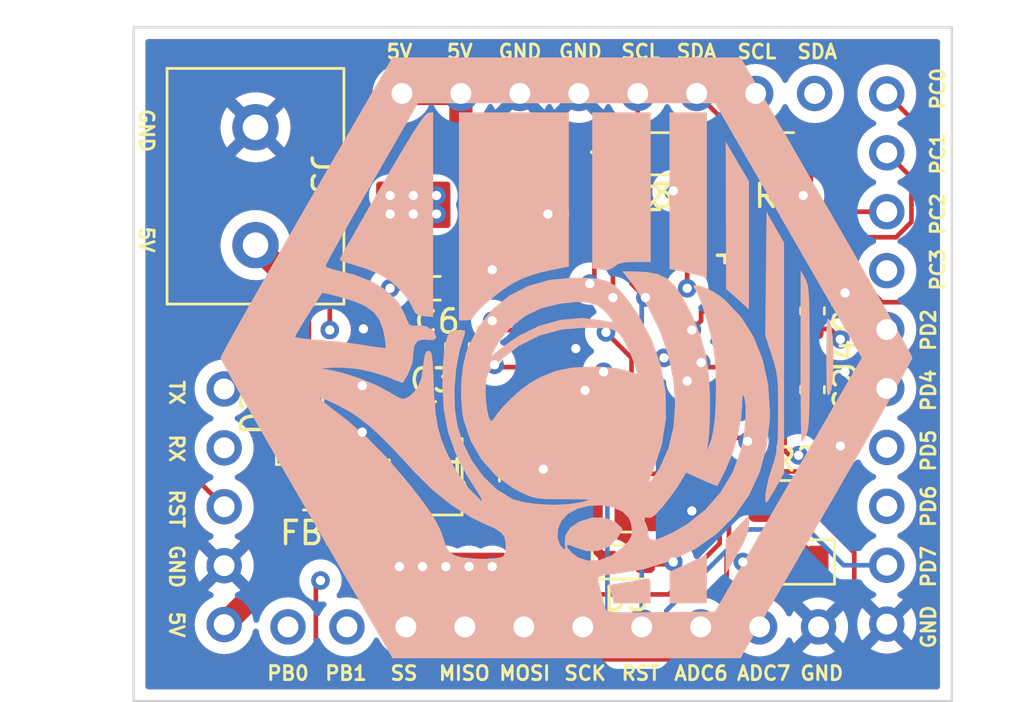
<source format=kicad_pcb>
(kicad_pcb (version 20211014) (generator pcbnew)
  (title_block (title "ATMEGA328P-AU Development Board") (date "2024-02-02") (rev "REV1") (company "SpaceCog Labs, LLC"))
  (layers (0 "F.Cu" mixed) (1 "In1.Cu" signal) (2 "In2.Cu" power) (31 "B.Cu" power) (34 "B.Paste" user) (35 "F.Paste" user) (36 "B.SilkS" user "B.Silkscreen") (37 "F.SilkS" user "F.Silkscreen") (38 "B.Mask" user) (39 "F.Mask" user) (44 "Edge.Cuts" user))
  (net 0 "")
  (net 1 "RESET_CONN")
  (net 2 "Net-(C1-Pad2)")
  (net 3 "GND")
  (net 4 "Net-(C2-Pad2)")
  (net 5 "XTAL1_CON")
  (net 6 "XTAL2_CON")
  (net 7 "+5V")
  (net 8 "Net-(D1-Pad1)")
  (net 9 "Net-(D2-Pad2)")
  (net 10 "Net-(D3-Pad1)")
  (net 11 "SCL_CONN")
  (net 12 "SDA_CONN")
  (net 13 "RX_CONN")
  (net 14 "TX_CONN")
  (net 15 "PD7")
  (net 16 "PD6")
  (net 17 "PD5")
  (net 18 "PD4")
  (net 19 "PD2")
  (net 20 "PC3")
  (net 21 "PC2")
  (net 22 "PC1")
  (net 23 "PC0")
  (net 24 "ADC7")
  (net 25 "ADC6")
  (net 26 "SCK_CONN")
  (net 27 "MOSI_CONN")
  (net 28 "MISO_CONN")
  (net 29 "SS_CONN")
  (net 30 "PB1")
  (net 31 "PB0")
  (net 32 "PD3")
  (net 33 "Net-(J2-Pad1)")
  (footprint "externalConnectors:Conn_10" (layer "F.Cu") (at 147.03 113.4 180)
    (fp_text reference "J5" (at 0 2.08 180 unlocked) (layer "F.SilkS"))
    (fp_text value "Conn_01x10_Female")
    (pad "1" thru_hole circle (at -11.43 0 180) (size 1.524 1.524) (drill 0.9) (layers *.Cu *.Mask) (net 3 "GND"))
    (pad "2" thru_hole circle (at -8.89 0 180) (size 1.524 1.524) (drill 0.9) (layers *.Cu *.Mask) (net 24 "ADC7"))
    (pad "3" thru_hole circle (at -6.35 0 180) (size 1.524 1.524) (drill 0.9) (layers *.Cu *.Mask) (net 25 "ADC6"))
    (pad "4" thru_hole circle (at -3.81 0 180) (size 1.524 1.524) (drill 0.9) (layers *.Cu *.Mask) (net 1 "RESET_CONN"))
    (pad "5" thru_hole circle (at -1.27 0 180) (size 1.524 1.524) (drill 0.9) (layers *.Cu *.Mask) (net 26 "SCK_CONN"))
    (pad "6" thru_hole circle (at 1.27 0 180) (size 1.524 1.524) (drill 0.9) (layers *.Cu *.Mask) (net 27 "MOSI_CONN"))
    (pad "7" thru_hole circle (at 3.81 0 180) (size 1.524 1.524) (drill 0.9) (layers *.Cu *.Mask) (net 28 "MISO_CONN"))
    (pad "8" thru_hole circle (at 6.35 0 180) (size 1.524 1.524) (drill 0.9) (layers *.Cu *.Mask) (net 29 "SS_CONN"))
    (pad "9" thru_hole circle (at 8.89 0 180) (size 1.524 1.524) (drill 0.9) (layers *.Cu *.Mask) (net 30 "PB1"))
    (pad "10" thru_hole circle (at 11.43 0 180) (size 1.524 1.524) (drill 0.9) (layers *.Cu *.Mask) (net 31 "PB0"))
  )
  (footprint "LED_SMD:LED_0805_2012Metric" (layer "F.Cu") (at 157.4625 110.6 180)
    (fp_text reference "D1" (at 0 1.8) (layer "F.SilkS"))
    (fp_text value "LED_green")
    (pad "1" smd roundrect (at -0.9375 0 180) (size 0.975 1.4) (layers "F.Cu" "F.Paste" "F.Mask") (net 8 "Net-(D1-Pad1)"))
    (pad "2" smd roundrect (at 0.9375 0 180) (size 0.975 1.4) (layers "F.Cu" "F.Paste" "F.Mask") (net 7 "+5V"))
  )
  (footprint "Capacitor_SMD:C_0603_1608Metric" (layer "F.Cu") (at 158.2 103.175 -90)
    (fp_text reference "C2" (at 0 -1.43 90) (layer "F.SilkS"))
    (fp_text value "100n")
    (pad "1" smd roundrect (at -0.775 0 270) (size 0.9 0.95) (layers "F.Cu" "F.Paste" "F.Mask") (net 3 "GND"))
    (pad "2" smd roundrect (at 0.775 0 270) (size 0.9 0.95) (layers "F.Cu" "F.Paste" "F.Mask") (net 4 "Net-(C2-Pad2)"))
  )
  (footprint "Resistor_SMD:R_1206_3216Metric" (layer "F.Cu") (at 151.2625 93 180)
    (fp_text reference "R3" (at 0 -1.82) (layer "F.SilkS"))
    (fp_text value "1k")
    (pad "1" smd roundrect (at -1.4625 0 180) (size 1.125 1.75) (layers "F.Cu" "F.Paste" "F.Mask") (roundrect_rratio 0.2222222222) (net 7 "+5V"))
    (pad "2" smd roundrect (at 1.4625 0 180) (size 1.125 1.75) (layers "F.Cu" "F.Paste" "F.Mask") (roundrect_rratio 0.2222222222) (net 11 "SCL_CONN"))
  )
  (footprint "externalConnectors:Conn_10" (layer "F.Cu") (at 161.4 101.85 90)
    (fp_text reference "J4" (at 0 -1.8 90 unlocked) (layer "F.SilkS"))
    (fp_text value "Conn_01x10_Female")
    (pad "1" thru_hole circle (at -11.43 0 90) (size 1.524 1.524) (drill 0.9) (layers *.Cu *.Mask) (net 3 "GND"))
    (pad "2" thru_hole circle (at -8.89 0 90) (size 1.524 1.524) (drill 0.9) (layers *.Cu *.Mask) (net 15 "PD7"))
    (pad "3" thru_hole circle (at -6.35 0 90) (size 1.524 1.524) (drill 0.9) (layers *.Cu *.Mask) (net 16 "PD6"))
    (pad "4" thru_hole circle (at -3.81 0 90) (size 1.524 1.524) (drill 0.9) (layers *.Cu *.Mask) (net 17 "PD5"))
    (pad "5" thru_hole circle (at -1.27 0 90) (size 1.524 1.524) (drill 0.9) (layers *.Cu *.Mask) (net 18 "PD4"))
    (pad "6" thru_hole circle (at 1.27 0 90) (size 1.524 1.524) (drill 0.9) (layers *.Cu *.Mask) (net 19 "PD2"))
    (pad "7" thru_hole circle (at 3.81 0 90) (size 1.524 1.524) (drill 0.9) (layers *.Cu *.Mask) (net 20 "PC3"))
    (pad "8" thru_hole circle (at 6.35 0 90) (size 1.524 1.524) (drill 0.9) (layers *.Cu *.Mask) (net 21 "PC2"))
    (pad "9" thru_hole circle (at 8.89 0 90) (size 1.524 1.524) (drill 0.9) (layers *.Cu *.Mask) (net 22 "PC1"))
    (pad "10" thru_hole circle (at 11.43 0 90) (size 1.524 1.524) (drill 0.9) (layers *.Cu *.Mask) (net 23 "PC0"))
  )
  (footprint "Crystal:Crystal_SMD_2520-4Pin_2.5x2.0mm" (layer "F.Cu") (at 141.7 106.925 90)
    (fp_text reference "Y1" (at 0 -2.2 90) (layer "F.SilkS"))
    (fp_text value "16Mhz")
    (pad "1" smd rect (at -0.875 0.7 90) (size 1.15 1) (layers "F.Cu" "F.Paste" "F.Mask") (net 6 "XTAL2_CON"))
    (pad "2" smd rect (at 0.875 0.7 90) (size 1.15 1) (layers "F.Cu" "F.Paste" "F.Mask") (net 3 "GND"))
    (pad "3" smd rect (at 0.875 -0.7 90) (size 1.15 1) (layers "F.Cu" "F.Paste" "F.Mask") (net 5 "XTAL1_CON"))
    (pad "4" smd rect (at -0.875 -0.7 90) (size 1.15 1) (layers "F.Cu" "F.Paste" "F.Mask") (net 3 "GND"))
  )
  (footprint "Package_QFP:TQFP-32_7x7mm_P0.8mm" (layer "F.Cu") (at 150.8 101)
    (fp_text reference "U2" (at 0 -6.05) (layer "F.SilkS"))
    (fp_text value "ATmega328P-AU")
    (pad "1" smd rect (at -4.25 -2.8) (size 1.6 0.55) (layers "F.Cu" "F.Paste" "F.Mask") (net 32 "PD3"))
    (pad "2" smd rect (at -4.25 -2) (size 1.6 0.55) (layers "F.Cu" "F.Paste" "F.Mask") (net 18 "PD4"))
    (pad "3" smd rect (at -4.25 -1.2) (size 1.6 0.55) (layers "F.Cu" "F.Paste" "F.Mask") (net 3 "GND"))
    (pad "4" smd rect (at -4.25 -0.4) (size 1.6 0.55) (layers "F.Cu" "F.Paste" "F.Mask") (net 7 "+5V"))
    (pad "5" smd rect (at -4.25 0.4) (size 1.6 0.55) (layers "F.Cu" "F.Paste" "F.Mask") (net 3 "GND"))
    (pad "6" smd rect (at -4.25 1.2) (size 1.6 0.55) (layers "F.Cu" "F.Paste" "F.Mask") (net 7 "+5V"))
    (pad "7" smd rect (at -4.25 2) (size 1.6 0.55) (layers "F.Cu" "F.Paste" "F.Mask") (net 5 "XTAL1_CON"))
    (pad "8" smd rect (at -4.25 2.8) (size 1.6 0.55) (layers "F.Cu" "F.Paste" "F.Mask") (net 6 "XTAL2_CON"))
    (pad "9" smd rect (at -2.8 4.25 90) (size 1.6 0.55) (layers "F.Cu" "F.Paste" "F.Mask") (net 17 "PD5"))
    (pad "10" smd rect (at -2 4.25 90) (size 1.6 0.55) (layers "F.Cu" "F.Paste" "F.Mask") (net 16 "PD6"))
    (pad "11" smd rect (at -1.2 4.25 90) (size 1.6 0.55) (layers "F.Cu" "F.Paste" "F.Mask") (net 15 "PD7"))
    (pad "12" smd rect (at -0.4 4.25 90) (size 1.6 0.55) (layers "F.Cu" "F.Paste" "F.Mask") (net 31 "PB0"))
    (pad "13" smd rect (at 0.4 4.25 90) (size 1.6 0.55) (layers "F.Cu" "F.Paste" "F.Mask") (net 30 "PB1"))
    (pad "14" smd rect (at 1.2 4.25 90) (size 1.6 0.55) (layers "F.Cu" "F.Paste" "F.Mask") (net 29 "SS_CONN"))
    (pad "15" smd rect (at 2 4.25 90) (size 1.6 0.55) (layers "F.Cu" "F.Paste" "F.Mask") (net 27 "MOSI_CONN"))
    (pad "16" smd rect (at 2.8 4.25 90) (size 1.6 0.55) (layers "F.Cu" "F.Paste" "F.Mask") (net 28 "MISO_CONN"))
    (pad "17" smd rect (at 4.25 2.8) (size 1.6 0.55) (layers "F.Cu" "F.Paste" "F.Mask") (net 26 "SCK_CONN"))
    (pad "18" smd rect (at 4.25 2) (size 1.6 0.55) (layers "F.Cu" "F.Paste" "F.Mask") (net 7 "+5V"))
    (pad "19" smd rect (at 4.25 1.2) (size 1.6 0.55) (layers "F.Cu" "F.Paste" "F.Mask") (net 25 "ADC6"))
    (pad "20" smd rect (at 4.25 0.4) (size 1.6 0.55) (layers "F.Cu" "F.Paste" "F.Mask") (net 4 "Net-(C2-Pad2)"))
    (pad "21" smd rect (at 4.25 -0.4) (size 1.6 0.55) (layers "F.Cu" "F.Paste" "F.Mask") (net 3 "GND"))
    (pad "22" smd rect (at 4.25 -1.2) (size 1.6 0.55) (layers "F.Cu" "F.Paste" "F.Mask") (net 24 "ADC7"))
    (pad "23" smd rect (at 4.25 -2) (size 1.6 0.55) (layers "F.Cu" "F.Paste" "F.Mask") (net 23 "PC0"))
    (pad "24" smd rect (at 4.25 -2.8) (size 1.6 0.55) (layers "F.Cu" "F.Paste" "F.Mask") (net 22 "PC1"))
    (pad "25" smd rect (at 2.8 -4.25 90) (size 1.6 0.55) (layers "F.Cu" "F.Paste" "F.Mask") (net 21 "PC2"))
    (pad "26" smd rect (at 2 -4.25 90) (size 1.6 0.55) (layers "F.Cu" "F.Paste" "F.Mask") (net 20 "PC3"))
    (pad "27" smd rect (at 1.2 -4.25 90) (size 1.6 0.55) (layers "F.Cu" "F.Paste" "F.Mask") (net 12 "SDA_CONN"))
    (pad "28" smd rect (at 0.4 -4.25 90) (size 1.6 0.55) (layers "F.Cu" "F.Paste" "F.Mask") (net 11 "SCL_CONN"))
    (pad "29" smd rect (at -0.4 -4.25 90) (size 1.6 0.55) (layers "F.Cu" "F.Paste" "F.Mask") (net 1 "RESET_CONN"))
    (pad "30" smd rect (at -1.2 -4.25 90) (size 1.6 0.55) (layers "F.Cu" "F.Paste" "F.Mask") (net 13 "RX_CONN"))
    (pad "31" smd rect (at -2 -4.25 90) (size 1.6 0.55) (layers "F.Cu" "F.Paste" "F.Mask") (net 14 "TX_CONN"))
    (pad "32" smd rect (at -2.8 -4.25 90) (size 1.6 0.55) (layers "F.Cu" "F.Paste" "F.Mask") (net 19 "PD2"))
  )
  (footprint "Capacitor_SMD:C_0603_1608Metric" (layer "F.Cu") (at 142.9 101.325 -90)
    (fp_text reference "C7" (at 0 -1.43 90) (layer "F.SilkS"))
    (fp_text value "100n")
    (pad "1" smd roundrect (at -0.775 0 270) (size 0.9 0.95) (layers "F.Cu" "F.Paste" "F.Mask") (net 3 "GND"))
    (pad "2" smd roundrect (at 0.775 0 270) (size 0.9 0.95) (layers "F.Cu" "F.Paste" "F.Mask") (net 7 "+5V"))
  )
  (footprint "externalConnectors:two_pin_screw_term" (layer "F.Cu") (at 134.2 94.4 -90)
    (fp_text reference "J3" (at -0.5 -2.9 -90 unlocked) (layer "F.SilkS"))
    (fp_text value "External Power Input")
    (pad "1" thru_hole circle (at -2.54 0 270) (size 2 2) (drill 1.1) (layers *.Cu *.Mask) (net 3 "GND"))
    (pad "2" thru_hole circle (at 2.54 0 270) (size 2 2) (drill 1.1) (layers *.Cu *.Mask) (net 9 "Net-(D2-Pad2)"))
  )
  (footprint "externalConnectors:Conn_8" (layer "F.Cu") (at 149.4 90.4)
    (fp_text reference "J1" (at 0 2.08 unlocked) (layer "F.SilkS"))
    (fp_text value "Conn_01x08_Female")
    (pad "1" thru_hole circle (at -8.89 0) (size 1.524 1.524) (drill 0.9) (layers *.Cu *.Mask) (net 7 "+5V"))
    (pad "2" thru_hole circle (at -6.35 0) (size 1.524 1.524) (drill 0.9) (layers *.Cu *.Mask) (net 7 "+5V"))
    (pad "3" thru_hole circle (at -3.81 0) (size 1.524 1.524) (drill 0.9) (layers *.Cu *.Mask) (net 3 "GND"))
    (pad "4" thru_hole circle (at -1.27 0) (size 1.524 1.524) (drill 0.9) (layers *.Cu *.Mask) (net 3 "GND"))
    (pad "5" thru_hole circle (at 1.27 0) (size 1.524 1.524) (drill 0.9) (layers *.Cu *.Mask) (net 11 "SCL_CONN"))
    (pad "6" thru_hole circle (at 3.81 0) (size 1.524 1.524) (drill 0.9) (layers *.Cu *.Mask) (net 12 "SDA_CONN"))
    (pad "7" thru_hole circle (at 6.35 0) (size 1.524 1.524) (drill 0.9) (layers *.Cu *.Mask) (net 11 "SCL_CONN"))
    (pad "8" thru_hole circle (at 8.89 0) (size 1.524 1.524) (drill 0.9) (layers *.Cu *.Mask) (net 12 "SDA_CONN"))
  )
  (footprint "Capacitor_SMD:C_0603_1608Metric" (layer "F.Cu") (at 158.2 99.775 -90)
    (fp_text reference "C5" (at 0 -1.43 90) (layer "F.SilkS"))
    (fp_text value "100n")
    (pad "1" smd roundrect (at -0.775 0 270) (size 0.9 0.95) (layers "F.Cu" "F.Paste" "F.Mask") (net 3 "GND"))
    (pad "2" smd roundrect (at 0.775 0 270) (size 0.9 0.95) (layers "F.Cu" "F.Paste" "F.Mask") (net 7 "+5V"))
  )
  (footprint "Resistor_SMD:R_0603_1608Metric" (layer "F.Cu") (at 144.375 92.5 180)
    (fp_text reference "R4" (at 0 -1.43) (layer "F.SilkS"))
    (fp_text value "10k")
    (pad "1" smd roundrect (at -0.825 0 180) (size 0.8 0.95) (layers "F.Cu" "F.Paste" "F.Mask") (net 1 "RESET_CONN"))
    (pad "2" smd roundrect (at 0.825 0 180) (size 0.8 0.95) (layers "F.Cu" "F.Paste" "F.Mask") (net 7 "+5V"))
  )
  (footprint "Resistor_SMD:R_1206_3216Metric" (layer "F.Cu") (at 156.6625 93 180)
    (fp_text reference "R6" (at 0 -1.82) (layer "F.SilkS"))
    (fp_text value "1k")
    (pad "1" smd roundrect (at -1.4625 0 180) (size 1.125 1.75) (layers "F.Cu" "F.Paste" "F.Mask") (roundrect_rratio 0.2222222222) (net 7 "+5V"))
    (pad "2" smd roundrect (at 1.4625 0 180) (size 1.125 1.75) (layers "F.Cu" "F.Paste" "F.Mask") (roundrect_rratio 0.2222222222) (net 12 "SDA_CONN"))
  )
  (footprint "Capacitor_SMD:C_0603_1608Metric" (layer "F.Cu") (at 141.825 104.2)
    (fp_text reference "C3" (at 0 -1.43) (layer "F.SilkS"))
    (fp_text value "15p")
    (pad "1" smd roundrect (at -0.775 0) (size 0.9 0.95) (layers "F.Cu" "F.Paste" "F.Mask") (net 5 "XTAL1_CON"))
    (pad "2" smd roundrect (at 0.775 0) (size 0.9 0.95) (layers "F.Cu" "F.Paste" "F.Mask") (net 3 "GND"))
  )
  (footprint "Capacitor_SMD:C_0603_1608Metric" (layer "F.Cu") (at 142.025 98.8 180)
    (fp_text reference "C6" (at 0 -1.43) (layer "F.SilkS"))
    (fp_text value "100n")
    (pad "1" smd roundrect (at -0.775 0 180) (size 0.9 0.95) (layers "F.Cu" "F.Paste" "F.Mask") (net 3 "GND"))
    (pad "2" smd roundrect (at 0.775 0 180) (size 0.9 0.95) (layers "F.Cu" "F.Paste" "F.Mask") (net 7 "+5V"))
  )
  (footprint "externalConnectors:Conn_5" (layer "F.Cu") (at 132.85 108.22 90)
    (fp_text reference "J2" (at 0 4.62 90 unlocked) (layer "F.SilkS"))
    (fp_text value "Prog_Pins")
    (pad "1" thru_hole circle (at -5.08 0 90) (size 1.524 1.524) (drill 0.9) (layers *.Cu *.Mask) (net 33 "Net-(J2-Pad1)"))
    (pad "2" thru_hole circle (at -2.54 0 90) (size 1.524 1.524) (drill 0.9) (layers *.Cu *.Mask) (net 3 "GND"))
    (pad "3" thru_hole circle (at 0 0 90) (size 1.524 1.524) (drill 0.9) (layers *.Cu *.Mask) (net 2 "Net-(C1-Pad2)"))
    (pad "4" thru_hole circle (at 2.54 0 90) (size 1.524 1.524) (drill 0.9) (layers *.Cu *.Mask) (net 13 "RX_CONN"))
    (pad "5" thru_hole circle (at 5.08 0 90) (size 1.524 1.524) (drill 0.9) (layers *.Cu *.Mask) (net 14 "TX_CONN"))
  )
  (footprint "LED_SMD:LED_0603_1608Metric" (layer "F.Cu") (at 150.1875 110.6)
    (fp_text reference "D3" (at -0.0125 1.6) (layer "F.SilkS"))
    (fp_text value "LED_Red")
    (pad "1" smd roundrect (at -0.7875 0) (size 0.875 0.95) (layers "F.Cu" "F.Paste" "F.Mask") (net 10 "Net-(D3-Pad1)"))
    (pad "2" smd roundrect (at 0.7875 0) (size 0.875 0.95) (layers "F.Cu" "F.Paste" "F.Mask") (net 7 "+5V"))
  )
  (footprint "Capacitor_SMD:C_0603_1608Metric" (layer "F.Cu") (at 144.325 94.1 180)
    (fp_text reference "C1" (at 0 -1.43) (layer "F.SilkS"))
    (fp_text value "100nf")
    (pad "1" smd roundrect (at -0.775 0 180) (size 0.9 0.95) (layers "F.Cu" "F.Paste" "F.Mask") (net 1 "RESET_CONN"))
    (pad "2" smd roundrect (at 0.775 0 180) (size 0.9 0.95) (layers "F.Cu" "F.Paste" "F.Mask") (net 2 "Net-(C1-Pad2)"))
  )
  (footprint "Diode_SMD:D_SOD-123" (layer "F.Cu") (at 136.1 104.15 90)
    (fp_text reference "D2" (at 0 -2 90) (layer "F.SilkS"))
    (fp_text value "D_in")
    (pad "1" smd rect (at -1.65 0 90) (size 0.9 1.2) (layers "F.Cu" "F.Paste" "F.Mask") (net 7 "+5V"))
    (pad "2" smd rect (at 1.65 0 90) (size 0.9 1.2) (layers "F.Cu" "F.Paste" "F.Mask") (net 9 "Net-(D2-Pad2)"))
  )
  (footprint "Inductor_SMD:L_0805_2012Metric" (layer "F.Cu") (at 136.6625 107.8 180)
    (fp_text reference "FB1" (at 0 -1.55) (layer "F.SilkS"))
    (fp_text value "FerriteBead_Small")
    (pad "1" smd roundrect (at -1.0625 0 180) (size 0.875 1.2) (layers "F.Cu" "F.Paste" "F.Mask") (net 7 "+5V"))
    (pad "2" smd roundrect (at 1.0625 0 180) (size 0.875 1.2) (layers "F.Cu" "F.Paste" "F.Mask") (net 33 "Net-(J2-Pad1)"))
  )
  (footprint "Resistor_SMD:R_1206_3216Metric" (layer "F.Cu") (at 157.4675 108)
    (fp_text reference "R2" (at 0 -1.82) (layer "F.SilkS"))
    (fp_text value "1k")
    (pad "1" smd roundrect (at -1.4625 0) (size 1.125 1.75) (layers "F.Cu" "F.Paste" "F.Mask") (roundrect_rratio 0.2222222222) (net 8 "Net-(D1-Pad1)"))
    (pad "2" smd roundrect (at 1.4625 0) (size 1.125 1.75) (layers "F.Cu" "F.Paste" "F.Mask") (roundrect_rratio 0.2222222222) (net 32 "PD3"))
  )
  (footprint "Resistor_SMD:R_1206_3216Metric" (layer "F.Cu") (at 150.0625 108.4)
    (fp_text reference "R5" (at 0 -1.82) (layer "F.SilkS"))
    (fp_text value "1k")
    (pad "1" smd roundrect (at -1.4625 0) (size 1.125 1.75) (layers "F.Cu" "F.Paste" "F.Mask") (roundrect_rratio 0.2222222222) (net 10 "Net-(D3-Pad1)"))
    (pad "2" smd roundrect (at 1.4625 0) (size 1.125 1.75) (layers "F.Cu" "F.Paste" "F.Mask") (roundrect_rratio 0.2222222222) (net 3 "GND"))
  )
  (footprint "Capacitor_SMD:C_0603_1608Metric" (layer "F.Cu") (at 144.2 106.975 90)
    (fp_text reference "C4" (at 0 -1.43 90) (layer "F.SilkS"))
    (fp_text value "15p")
    (pad "1" smd roundrect (at -0.775 0 90) (size 0.9 0.95) (layers "F.Cu" "F.Paste" "F.Mask") (net 6 "XTAL2_CON"))
    (pad "2" smd roundrect (at 0.775 0 90) (size 0.9 0.95) (layers "F.Cu" "F.Paste" "F.Mask") (net 3 "GND"))
  )
  (footprint "SpaceCogLabsLogo:SpaceCogLabsLogo" (layer "B.Cu") (at 147.6 101.8 90)
    (fp_text reference "G***" hide)
    (fp_text value "LOGO" hide)
  )
  (gr_rect (start 128.95 87.55) (end 164.2 116.6) (layer "Edge.Cuts") (width 0.1) (fill none))
  (gr_text "5V" (at 129.5 96.7 270) (layer "F.SilkS") (effects (font (size 0.6 0.6) (thickness 0.125))))
  (gr_text "PC2" (at 163.6 95.6 90) (layer "F.SilkS") (effects (font (size 0.6 0.6) (thickness 0.125))))
  (gr_text "RST" (at 130.8 108.3 270) (layer "F.SilkS") (effects (font (size 0.6 0.6) (thickness 0.125))))
  (gr_text "ADC7" (at 156.1 115.4) (layer "F.SilkS") (effects (font (size 0.6 0.6) (thickness 0.125))))
  (gr_text "GND" (at 163.2 113.4 90) (layer "F.SilkS") (effects (font (size 0.6 0.6) (thickness 0.125))))
  (gr_text "TX" (at 130.8 103.3 270) (layer "F.SilkS") (effects (font (size 0.6 0.6) (thickness 0.125))))
  (gr_text "PD5" (at 163.2 105.8 90) (layer "F.SilkS") (effects (font (size 0.6 0.6) (thickness 0.125))))
  (gr_text "5V" (at 130.8 113.3 270) (layer "F.SilkS") (effects (font (size 0.6 0.6) (thickness 0.125))))
  (gr_text "MOSI" (at 145.8 115.4) (layer "F.SilkS") (effects (font (size 0.6 0.6) (thickness 0.125))))
  (gr_text "5V" (at 140.4 88.6) (layer "F.SilkS") (effects (font (size 0.6 0.6) (thickness 0.125))))
  (gr_text "PB0" (at 135.6 115.4) (layer "F.SilkS") (effects (font (size 0.6 0.6) (thickness 0.125))))
  (gr_text "PD7" (at 163.2 110.8 90) (layer "F.SilkS") (effects (font (size 0.6 0.6) (thickness 0.125))))
  (gr_text "MISO" (at 143.2 115.4) (layer "F.SilkS") (effects (font (size 0.6 0.6) (thickness 0.125))))
  (gr_text "5V" (at 143 88.6) (layer "F.SilkS") (effects (font (size 0.6 0.6) (thickness 0.125))))
  (gr_text "GND" (at 145.6 88.6) (layer "F.SilkS") (effects (font (size 0.6 0.6) (thickness 0.125))))
  (gr_text "ADC6" (at 153.4 115.4) (layer "F.SilkS") (effects (font (size 0.6 0.6) (thickness 0.125))))
  (gr_text "GND" (at 130.8 110.8 270) (layer "F.SilkS") (effects (font (size 0.6 0.6) (thickness 0.125))))
  (gr_text "PD2" (at 163.2 100.6 90) (layer "F.SilkS") (effects (font (size 0.6 0.6) (thickness 0.125))))
  (gr_text "SS" (at 140.6 115.4) (layer "F.SilkS") (effects (font (size 0.6 0.6) (thickness 0.125))))
  (gr_text "PD4" (at 163.2 103.2 90) (layer "F.SilkS") (effects (font (size 0.6 0.6) (thickness 0.125))))
  (gr_text "RX" (at 130.8 105.7 270) (layer "F.SilkS") (effects (font (size 0.6 0.6) (thickness 0.125))))
  (gr_text "SCL" (at 155.8 88.6) (layer "F.SilkS") (effects (font (size 0.6 0.6) (thickness 0.125))))
  (gr_text "SCL" (at 150.8 88.6) (layer "F.SilkS") (effects (font (size 0.6 0.6) (thickness 0.125))))
  (gr_text "SCK" (at 148.4 115.4) (layer "F.SilkS") (effects (font (size 0.6 0.6) (thickness 0.125))))
  (gr_text "GND" (at 148.2 88.6) (layer "F.SilkS") (effects (font (size 0.6 0.6) (thickness 0.125))))
  (gr_text "GND" (at 158.6 115.4) (layer "F.SilkS") (effects (font (size 0.6 0.6) (thickness 0.125))))
  (gr_text "PD6" (at 163.2 108.2 90) (layer "F.SilkS") (effects (font (size 0.6 0.6) (thickness 0.125))))
  (gr_text "PC3" (at 163.6 98 90) (layer "F.SilkS") (effects (font (size 0.6 0.6) (thickness 0.125))))
  (gr_text "PC0" (at 163.6 90.2 90) (layer "F.SilkS") (effects (font (size 0.6 0.6) (thickness 0.125))))
  (gr_text "PC1" (at 163.6 93 90) (layer "F.SilkS") (effects (font (size 0.6 0.6) (thickness 0.125))))
  (gr_text "SDA" (at 158.4 88.6) (layer "F.SilkS") (effects (font (size 0.6 0.6) (thickness 0.125))))
  (gr_text "SDA" (at 153.2 88.6) (layer "F.SilkS") (effects (font (size 0.6 0.6) (thickness 0.125))))
  (gr_text "RST" (at 150.8 115.4) (layer "F.SilkS") (effects (font (size 0.6 0.6) (thickness 0.125))))
  (gr_text "PB1" (at 138.1 115.4) (layer "F.SilkS") (effects (font (size 0.6 0.6) (thickness 0.125))))
  (gr_text "GND" (at 129.5 92 270) (layer "F.SilkS") (effects (font (size 0.6 0.6) (thickness 0.125))))
  (segment (start 145.1 94.1) (end 145.1 92.6) (width 0.2) (layer "F.Cu") (net 1))
  (segment (start 150.2 94.6) (end 145.6 94.6) (width 0.2) (layer "F.Cu") (net 1))
  (segment (start 150.4 96.75) (end 150.4 94.8) (width 0.2) (layer "F.Cu") (net 1))
  (segment (start 150.4 96.75) (end 150.4 98.6) (width 0.2) (layer "F.Cu") (net 1))
  (segment (start 145.1 92.6) (end 145.2 92.5) (width 0.2) (layer "F.Cu") (net 1))
  (segment (start 150.4 94.8) (end 150.2 94.6) (width 0.2) (layer "F.Cu") (net 1))
  (segment (start 145.6 94.6) (end 145.1 94.1) (width 0.2) (layer "F.Cu") (net 1))
  (segment (start 145.2 94) (end 145.1 94.1) (width 0.4) (layer "F.Cu") (net 1))
  (segment (start 150.4 98.6) (end 151 99.2) (width 0.2) (layer "F.Cu") (net 1))
  (via (at 151 99.2) (size 0.8) (drill 0.4) (layers "F.Cu" "B.Cu") (net 1))
  (segment (start 150.84 99.36) (end 151 99.2) (width 0.2) (layer "B.Cu") (net 1))
  (segment (start 150.84 113.4) (end 150.84 99.36) (width 0.2) (layer "B.Cu") (net 1))
  (segment (start 131.4 95.8) (end 132.2 95) (width 0.2) (layer "F.Cu") (net 2))
  (segment (start 142.8 97.2) (end 143.55 96.45) (width 0.2) (layer "F.Cu") (net 2))
  (segment (start 143.55 96.45) (end 143.55 94.1) (width 0.2) (layer "F.Cu") (net 2))
  (segment (start 137 95) (end 139.2 97.2) (width 0.2) (layer "F.Cu") (net 2))
  (segment (start 139.2 97.2) (end 142.8 97.2) (width 0.2) (layer "F.Cu") (net 2))
  (segment (start 132.85 108.22) (end 131.4 106.77) (width 0.2) (layer "F.Cu") (net 2))
  (segment (start 131.4 106.77) (end 131.4 95.8) (width 0.2) (layer "F.Cu") (net 2))
  (segment (start 132.2 95) (end 137 95) (width 0.2) (layer "F.Cu") (net 2))
  (segment (start 146.55 101.4) (end 148 101.4) (width 0.2) (layer "F.Cu") (net 3))
  (segment (start 144.05 106.05) (end 144.2 106.2) (width 0.2) (layer "F.Cu") (net 3))
  (segment (start 138.85 100.55) (end 138.8 100.6) (width 0.2) (layer "F.Cu") (net 3))
  (segment (start 141 107.8) (end 140 107.8) (width 0.2) (layer "F.Cu") (net 3))
  (segment (start 158.2 102.4) (end 159.6 102.4) (width 0.2) (layer "F.Cu") (net 3))
  (segment (start 142.4 106.05) (end 144.05 106.05) (width 0.2) (layer "F.Cu") (net 3))
  (segment (start 142.6 104.2) (end 141.4 103) (width 0.2) (layer "F.Cu") (net 3))
  (segment (start 148 100.25) (end 148 101.4) (width 0.2) (layer "F.Cu") (net 3))
  (segment (start 141 107.025) (end 141.099511 106.925489) (width 0.2) (layer "F.Cu") (net 3))
  (segment (start 141 107.8) (end 141 107.025) (width 0.2) (layer "F.Cu") (net 3))
  (segment (start 139 106.8) (end 138.8 106.6) (width 0.2) (layer "F.Cu") (net 3))
  (segment (start 158.2 99) (end 159.6 99) (width 0.2) (layer "F.Cu") (net 3))
  (segment (start 141.4 103) (end 138.8 103) (width 0.2) (layer "F.Cu") (net 3))
  (segment (start 142.9 98.9) (end 142.8 98.8) (width 0.2) (layer "F.Cu") (net 3))
  (segment (start 141.099511 106.925489) (end 142.299511 106.925489) (width 0.2) (layer "F.Cu") (net 3))
  (segment (start 142.4 106.825) (end 142.4 106.05) (width 0.2) (layer "F.Cu") (net 3))
  (segment (start 146.55 99.8) (end 147.55 99.8) (width 0.2) (layer "F.Cu") (net 3))
  (segment (start 158.2 102.4) (end 156.6 100.8) (width 0.2) (layer "F.Cu") (net 3))
  (segment (start 151.525 108.4) (end 153 108.4) (width 0.4) (layer "F.Cu") (net 3))
  (segment (start 142.299511 106.925489) (end 142.4 106.825) (width 0.2) (layer "F.Cu") (net 3))
  (segment (start 147.55 99.8) (end 148 100.25) (width 0.2) (layer "F.Cu") (net 3))
  (segment (start 156.6 100.6) (end 158.2 99) (width 0.2) (layer "F.Cu") (net 3))
  (segment (start 140 107.8) (end 139 106.8) (width 0.2) (layer "F.Cu") (net 3))
  (segment (start 156.6 100.8) (end 156.6 100.6) (width 0.2) (layer "F.Cu") (net 3))
  (segment (start 155.05 100.6) (end 156.6 100.6) (width 0.2) (layer "F.Cu") (net 3))
  (segment (start 138.8 106.6) (end 138.8 105) (width 0.2) (layer "F.Cu") (net 3))
  (segment (start 158.2 99) (end 158.15 99) (width 0.2) (layer "F.Cu") (net 3))
  (segment (start 142.9 100.55) (end 138.85 100.55) (width 0.2) (layer "F.Cu") (net 3))
  (segment (start 142.9 100.55) (end 142.9 98.9) (width 0.2) (layer "F.Cu") (net 3))
  (via (at 138.8 105) (size 0.8) (drill 0.4) (layers "F.Cu" "B.Cu") (net 3))
  (via (at 138.8 103) (size 0.8) (drill 0.4) (layers "F.Cu" "B.Cu") (net 3))
  (via (at 153 108.4) (size 0.8) (drill 0.4) (layers "F.Cu" "B.Cu") (net 3))
  (via (at 148 101.4) (size 0.8) (drill 0.4) (layers "F.Cu" "B.Cu") (net 3))
  (via (at 138.85 100.55) (size 0.8) (drill 0.4) (layers "F.Cu" "B.Cu") (net 3))
  (via (at 159.6 102.4) (size 0.8) (drill 0.4) (layers "F.Cu" "B.Cu") (net 3))
  (via (at 159.6 99) (size 0.8) (drill 0.4) (layers "F.Cu" "B.Cu") (net 3))
  (segment (start 155.05 101.4) (end 156.4 101.4) (width 0.2) (layer "F.Cu") (net 4))
  (segment (start 157.95 103.95) (end 158.2 103.95) (width 0.2) (layer "F.Cu") (net 4))
  (segment (start 156.4 101.4) (end 157.4 102.4) (width 0.2) (layer "F.Cu") (net 4))
  (segment (start 157.4 103.4) (end 157.95 103.95) (width 0.2) (layer "F.Cu") (net 4))
  (segment (start 157.4 102.4) (end 157.4 103.4) (width 0.2) (layer "F.Cu") (net 4))
  (segment (start 143.42548 104.97452) (end 144.2 104.2) (width 0.2) (layer "F.Cu") (net 5))
  (segment (start 145 103) (end 146.55 103) (width 0.2) (layer "F.Cu") (net 5))
  (segment (start 141 105.79904) (end 141.82452 104.97452) (width 0.2) (layer "F.Cu") (net 5))
  (segment (start 144.2 104.2) (end 144.2 103.8) (width 0.2) (layer "F.Cu") (net 5))
  (segment (start 144.2 103.8) (end 145 103) (width 0.2) (layer "F.Cu") (net 5))
  (segment (start 141.82452 104.97452) (end 143.42548 104.97452) (width 0.2) (layer "F.Cu") (net 5))
  (segment (start 141.05 104.2) (end 141.82452 104.97452) (width 0.2) (layer "F.Cu") (net 5))
  (segment (start 141 106.05) (end 141 105.79904) (width 0.2) (layer "F.Cu") (net 5))
  (segment (start 144.2 107.75) (end 144.65 107.75) (width 0.2) (layer "F.Cu") (net 6))
  (segment (start 146.1 103.8) (end 146.55 103.8) (width 0.2) (layer "F.Cu") (net 6))
  (segment (start 146.2 103.8) (end 146.55 103.8) (width 0.2) (layer "F.Cu") (net 6))
  (segment (start 144.65 107.75) (end 145.8 106.6) (width 0.2) (layer "F.Cu") (net 6))
  (segment (start 142.4 107.8) (end 144.15 107.8) (width 0.2) (layer "F.Cu") (net 6))
  (segment (start 145.8 104.2) (end 146.2 103.8) (width 0.2) (layer "F.Cu") (net 6))
  (segment (start 144.15 107.8) (end 144.2 107.75) (width 0.2) (layer "F.Cu") (net 6))
  (segment (start 145.8 106.6) (end 145.8 104.2) (width 0.2) (layer "F.Cu") (net 6))
  (segment (start 144.8 100.6) (end 146.55 100.6) (width 0.2) (layer "F.Cu") (net 7))
  (segment (start 157 105.8) (end 157.2 106) (width 0.2) (layer "F.Cu") (net 7))
  (segment (start 158.2 100.55) (end 158.95 100.55) (width 0.2) (layer "F.Cu") (net 7))
  (segment (start 156.525 110.6) (end 155.2 110.6) (width 0.4) (layer "F.Cu") (net 7))
  (segment (start 137.725 107.425) (end 136.1 105.8) (width 1) (layer "F.Cu") (net 7))
  (segment (start 143.05 92) (end 143.55 92.5) (width 1) (layer "F.Cu") (net 7))
  (segment (start 140.51 90.4) (end 143.05 90.4) (width 1) (layer "F.Cu") (net 7))
  (segment (start 152.725 94.075) (end 152.2 94.6) (width 0.2) (layer "F.Cu") (net 7))
  (segment (start 156.05 103) (end 157 103.95) (width 0.2) (layer "F.Cu") (net 7))
  (segment (start 143.05 90.4) (end 143.05 92) (width 1) (layer "F.Cu") (net 7))
  (segment (start 141.25 98.8) (end 140 98.8) (width 0.2) (layer "F.Cu") (net 7))
  (segment (start 158.125 93) (end 158.125 94.475) (width 0.2) (layer "F.Cu") (net 7))
  (segment (start 144.4 100.2) (end 144.8 100.6) (width 0.2) (layer "F.Cu") (net 7))
  (segment (start 142.9 102.1) (end 143 102.2) (width 0.2) (layer "F.Cu") (net 7))
  (segment (start 143 102.2) (end 146.55 102.2) (width 0.2) (layer "F.Cu") (net 7))
  (segment (start 137.725 107.8) (end 137.725 107.425) (width 1) (layer "F.Cu") (net 7))
  (segment (start 157.2 106) (end 157.6 106) (width 0.2) (layer "F.Cu") (net 7))
  (segment (start 155.05 103) (end 156.05 103) (width 0.2) (layer "F.Cu") (net 7))
  (segment (start 150.975 110.6) (end 152.2 110.6) (width 0.4) (layer "F.Cu") (net 7))
  (segment (start 140 94.8) (end 142.3 92.5) (width 1) (layer "F.Cu") (net 7))
  (segment (start 158.95 100.55) (end 159.4 101) (width 0.2) (layer "F.Cu") (net 7))
  (segment (start 158.125 94.475) (end 157.8 94.8) (width 0.2) (layer "F.Cu") (net 7))
  (segment (start 152.725 93) (end 152.725 94.075) (width 0.2) (layer "F.Cu") (net 7))
  (segment (start 137.725 107.8) (end 137.725 109.525) (width 1) (layer "F.Cu") (net 7))
  (segment (start 157 103.95) (end 157 105.8) (width 0.2) (layer "F.Cu") (net 7))
  (segment (start 139 110.8) (end 140.4 110.8) (width 1) (layer "F.Cu") (net 7))
  (segment (start 142.3 92.5) (end 143.55 92.5) (width 1) (layer "F.Cu") (net 7))
  (segment (start 137.725 109.525) (end 139 110.8) (width 1) (layer "F.Cu") (net 7))
  (via (at 144.4 100.2) (size 0.8) (drill 0.4) (layers "F.Cu" "B.Cu") (net 7))
  (via (at 142.4 110.8) (size 0.8) (drill 0.4) (layers "F.Cu" "B.Cu") (net 7))
  (via (at 144.5 102.1) (size 0.8) (drill 0.4) (layers "F.Cu" "B.Cu") (net 7))
  (via (at 140.4 110.8) (size 0.8) (drill 0.4) (layers "F.Cu" "B.Cu") (net 7))
  (via (at 140 98.8) (size 0.8) (drill 0.4) (layers "F.Cu" "B.Cu") (net 7))
  (via (at 159.4 101) (size 0.8) (drill 0.4) (layers "F.Cu" "B.Cu") (net 7))
  (via (at 141.4 110.8) (size 0.8) (drill 0.4) (layers "F.Cu" "B.Cu") (net 7))
  (via (at 152.2 94.6) (size 0.8) (drill 0.4) (layers "F.Cu" "B.Cu") (net 7))
  (via (at 140 95.6) (size 0.8) (drill 0.4) (layers "F.Cu" "B.Cu") (net 7))
  (via (at 142 94.8) (size 0.8) (drill 0.4) (layers "F.Cu" "B.Cu") (net 7))
  (via (at 140 94.8) (size 0.8) (drill 0.4) (layers "F.Cu" "B.Cu") (net 7))
  (via (at 157.8 94.8) (size 0.8) (drill 0.4) (layers "F.Cu" "B.Cu") (net 7))
  (via (at 142 95.6) (size 0.8) (drill 0.4) (layers "F.Cu" "B.Cu") (net 7))
  (via (at 144.4 110.8) (size 0.8) (drill 0.4) (layers "F.Cu" "B.Cu") (net 7))
  (via (at 155.2 110.6) (size 0.8) (drill 0.4) (layers "F.Cu" "B.Cu") (net 7))
  (via (at 143.4 110.8) (size 0.8) (drill 0.4) (layers "F.Cu" "B.Cu") (net 7))
  (via (at 141 94.8) (size 0.8) (drill 0.4) (layers "F.Cu" "B.Cu") (net 7))
  (via (at 157.6 106) (size 0.8) (drill 0.4) (layers "F.Cu" "B.Cu") (net 7))
  (via (at 152.2 110.6) (size 0.8) (drill 0.4) (layers "F.Cu" "B.Cu") (net 7))
  (via (at 141 95.6) (size 0.8) (drill 0.4) (layers "F.Cu" "B.Cu") (net 7))
  (segment (start 156.005 108) (end 156.005 108.205) (width 0.4) (layer "F.Cu") (net 8))
  (segment (start 156.005 108.205) (end 158.4 110.6) (width 0.4) (layer "F.Cu") (net 8))
  (segment (start 136.1 102.5) (end 136.1 98.84) (width 1) (layer "F.Cu") (net 9))
  (segment (start 136.1 98.84) (end 134.2 96.94) (width 1) (layer "F.Cu") (net 9))
  (segment (start 148.6 108.4) (end 148.6 109.8) (width 0.4) (layer "F.Cu") (net 10))
  (segment (start 148.6 109.8) (end 149.4 110.6) (width 0.4) (layer "F.Cu") (net 10))
  (segment (start 149.8 93) (end 150.67 92.13) (width 0.2) (layer "F.Cu") (net 11))
  (segment (start 151.2 94.4) (end 149.8 93) (width 0.2) (layer "F.Cu") (net 11))
  (segment (start 151.2 96.75) (end 151.2 94.4) (width 0.2) (layer "F.Cu") (net 11))
  (segment (start 150.67 92.13) (end 150.67 90.4) (width 0.2) (layer "F.Cu") (net 11))
  (segment (start 155.2 92.39) (end 153.21 90.4) (width 0.2) (layer "F.Cu") (net 12))
  (segment (start 155.2 93) (end 155.2 92.39) (width 0.2) (layer "F.Cu") (net 12))
  (segment (start 152 96.75) (end 152 95.75) (width 0.2) (layer "F.Cu") (net 12))
  (segment (start 152.35 95.4) (end 153 95.4) (width 0.2) (layer "F.Cu") (net 12))
  (segment (start 153 95.4) (end 155.2 93.2) (width 0.2) (layer "F.Cu") (net 12))
  (segment (start 155.2 93.2) (end 155.2 93) (width 0.2) (layer "F.Cu") (net 12))
  (segment (start 152 95.75) (end 152.35 95.4) (width 0.2) (layer "F.Cu") (net 12))
  (segment (start 149.6 98.6) (end 149.6 99.2) (width 0.2) (layer "F.Cu") (net 13))
  (segment (start 149.6 96.75) (end 149.6 98.6) (width 0.2) (layer "F.Cu") (net 13))
  (via (at 149.6 99.2) (size 0.8) (drill 0.4) (layers "F.Cu" "B.Cu") (net 13))
  (segment (start 132.85 105.68) (end 133.32 105.68) (width 0.2) (layer "B.Cu") (net 13))
  (segment (start 148.8 96.75) (end 148.8 98.4) (width 0.2) (layer "F.Cu") (net 14))
  (segment (start 148.8 98.4) (end 148.6 98.6) (width 0.2) (layer "F.Cu") (net 14))
  (via (at 148.6 98.6) (size 0.8) (drill 0.4) (layers "F.Cu" "B.Cu") (net 14))
  (segment (start 149.6 105.25) (end 149.6 102.8) (width 0.2) (layer "F.Cu") (net 15))
  (segment (start 149.6 102.8) (end 149.2 102.4) (width 0.2) (layer "F.Cu") (net 15))
  (via (at 149.2 102.4) (size 0.8) (drill 0.4) (layers "F.Cu" "B.Cu") (net 15))
  (segment (start 149.8 114.6) (end 151.4 114.6) (width 0.2) (layer "B.Cu") (net 15))
  (segment (start 149.361511 102.561511) (end 149.361511 114.161511) (width 0.2) (layer "B.Cu") (net 15))
  (segment (start 151.901511 114.098489) (end 151.901511 112.698489) (width 0.2) (layer "B.Cu") (net 15))
  (segment (start 151.4 114.6) (end 151.901511 114.098489) (width 0.2) (layer "B.Cu") (net 15))
  (segment (start 149.361511 114.161511) (end 149.8 114.6) (width 0.2) (layer "B.Cu") (net 15))
  (segment (start 151.901511 112.698489) (end 155.4 109.2) (width 0.2) (layer "B.Cu") (net 15))
  (segment (start 149.2 102.4) (end 149.361511 102.561511) (width 0.2) (layer "B.Cu") (net 15))
  (segment (start 155.4 109.2) (end 158 109.2) (width 0.2) (layer "B.Cu") (net 15))
  (segment (start 159.54 110.74) (end 161.4 110.74) (width 0.2) (layer "B.Cu") (net 15))
  (segment (start 158 109.2) (end 159.54 110.74) (width 0.2) (layer "B.Cu") (net 15))
  (segment (start 148.6 103.4) (end 148.4 103.2) (width 0.2) (layer "F.Cu") (net 16))
  (segment (start 148.8 105.25) (end 148.8 103.6) (width 0.2) (layer "F.Cu") (net 16))
  (segment (start 148.8 103.6) (end 148.6 103.4) (width 0.2) (layer "F.Cu") (net 16))
  (via (at 148.4 103.2) (size 0.8) (drill 0.4) (layers "F.Cu" "B.Cu") (net 16))
  (segment (start 147.95 105.25) (end 146.6 106.6) (width 0.2) (layer "F.Cu") (net 17))
  (segment (start 148 105.25) (end 147.95 105.25) (width 0.2) (layer "F.Cu") (net 17))
  (via (at 146.6 106.6) (size 0.8) (drill 0.4) (layers "F.Cu" "B.Cu") (net 17))
  (segment (start 145.4 99) (end 144.4 98) (width 0.2) (layer "F.Cu") (net 18))
  (segment (start 146.55 99) (end 145.4 99) (width 0.2) (layer "F.Cu") (net 18))
  (via (at 144.4 98) (size 0.8) (drill 0.4) (layers "F.Cu" "B.Cu") (net 18))
  (segment (start 148 96.75) (end 147.95 96.75) (width 0.2) (layer "F.Cu") (net 19))
  (segment (start 147.95 96.75) (end 146.8 95.6) (width 0.2) (layer "F.Cu") (net 19))
  (via (at 146.8 95.6) (size 0.8) (drill 0.4) (layers "F.Cu" "B.Cu") (net 19))
  (segment (start 152.8 98.8) (end 152.8 96.75) (width 0.2) (layer "F.Cu") (net 20))
  (via (at 152.8 98.8) (size 0.8) (drill 0.4) (layers "F.Cu" "B.Cu") (net 20))
  (segment (start 157.45 96.75) (end 158.7 95.5) (width 0.2) (layer "F.Cu") (net 21))
  (segment (start 153.6 96.75) (end 157.45 96.75) (width 0.2) (layer "F.Cu") (net 21))
  (segment (start 158.7 95.5) (end 161.4 95.5) (width 0.2) (layer "F.Cu") (net 21))
  (segment (start 158.2 96.6) (end 161.801204 96.6) (width 0.2) (layer "F.Cu") (net 22))
  (segment (start 155.05 98.2) (end 156.6 98.2) (width 0.2) (layer "F.Cu") (net 22))
  (segment (start 162.461511 94.021511) (end 161.4 92.96) (width 0.2) (layer "F.Cu") (net 22))
  (segment (start 162.461511 95.939693) (end 162.461511 94.021511) (width 0.2) (layer "F.Cu") (net 22))
  (segment (start 156.6 98.2) (end 158.2 96.6) (width 0.2) (layer "F.Cu") (net 22))
  (segment (start 161.801204 96.6) (end 162.461511 95.939693) (width 0.2) (layer "F.Cu") (net 22))
  (segment (start 163 92.2) (end 163 92) (width 0.2) (layer "F.Cu") (net 23))
  (segment (start 162.78 91.8) (end 161.4 90.42) (width 0.2) (layer "F.Cu") (net 23))
  (segment (start 163 92) (end 162.8 91.8) (width 0.2) (layer "F.Cu") (net 23))
  (segment (start 163 98.8) (end 163 92.2) (width 0.2) (layer "F.Cu") (net 23))
  (segment (start 162.4 99.4) (end 163 98.8) (width 0.2) (layer "F.Cu") (net 23))
  (segment (start 161.2 99.4) (end 162.4 99.4) (width 0.2) (layer "F.Cu") (net 23))
  (segment (start 159 97.2) (end 161.2 99.4) (width 0.2) (layer "F.Cu") (net 23))
  (segment (start 162.8 91.8) (end 162.78 91.8) (width 0.2) (layer "F.Cu") (net 23))
  (segment (start 155.05 99) (end 156.4 99) (width 0.2) (layer "F.Cu") (net 23))
  (segment (start 158.2 97.2) (end 158.2 97.198796) (width 0.2) (layer "F.Cu") (net 23))
  (segment (start 158.2 97.2) (end 159 97.2) (width 0.2) (layer "F.Cu") (net 23))
  (segment (start 156.4 99) (end 158.2 97.2) (width 0.2) (layer "F.Cu") (net 23))
  (segment (start 154.500489 110.310252) (end 154.59952 110.211221) (width 0.2) (layer "F.Cu") (net 24))
  (segment (start 155.92 113.4) (end 154.500489 111.980489) (width 0.2) (layer "F.Cu") (net 24))
  (segment (start 155.05 99.8) (end 153.4 99.8) (width 0.2) (layer "F.Cu") (net 24))
  (segment (start 154.500489 111.980489) (end 154.500489 110.310252) (width 0.2) (layer "F.Cu") (net 24))
  (segment (start 153.4 100.2) (end 153 100.6) (width 0.2) (layer "F.Cu") (net 24))
  (segment (start 154.59952 110.211221) (end 154.59952 107.189739) (width 0.2) (layer "F.Cu") (net 24))
  (segment (start 154.59952 107.189739) (end 155.089748 106.699511) (width 0.2) (layer "F.Cu") (net 24))
  (segment (start 158.300489 106.699511) (end 159.4 105.6) (width 0.2) (layer "F.Cu") (net 24))
  (segment (start 155.089748 106.699511) (end 158.300489 106.699511) (width 0.2) (layer "F.Cu") (net 24))
  (segment (start 153.4 99.8) (end 153.4 100.2) (width 0.2) (layer "F.Cu") (net 24))
  (via (at 153 100.6) (size 0.8) (drill 0.4) (layers "F.Cu" "B.Cu") (net 24))
  (via (at 159.4 105.6) (size 0.8) (drill 0.4) (layers "F.Cu" "B.Cu") (net 24))
  (segment (start 155.05 102.2) (end 153.6 102.2) (width 0.2) (layer "F.Cu") (net 25))
  (segment (start 153.6 102.2) (end 153.4 102) (width 0.2) (layer "F.Cu") (net 25))
  (via (at 153.4 102) (size 0.8) (drill 0.4) (layers "F.Cu" "B.Cu") (net 25))
  (segment (start 153.8 103.8) (end 152.8 102.8) (width 0.2) (layer "F.Cu") (net 26))
  (segment (start 155.05 103.8) (end 153.8 103.8) (width 0.2) (layer "F.Cu") (net 26))
  (via (at 152.8 102.8) (size 0.8) (drill 0.4) (layers "F.Cu" "B.Cu") (net 26))
  (segment (start 152.8 106.4) (end 154.2 107.8) (width 0.2) (layer "F.Cu") (net 27))
  (segment (start 154.2 109.8) (end 152 112) (width 0.2) (layer "F.Cu") (net 27))
  (segment (start 145.76 112.84) (end 145.76 113.4) (width 0.2) (layer "F.Cu") (net 27))
  (segment (start 146.6 112) (end 145.76 112.84) (width 0.2) (layer "F.Cu") (net 27))
  (segment (start 152.8 105.25) (end 152.8 106.4) (width 0.2) (layer "F.Cu") (net 27))
  (segment (start 152 112) (end 146.6 112) (width 0.2) (layer "F.Cu") (net 27))
  (segment (start 154.2 107.8) (end 154.2 109.8) (width 0.2) (layer "F.Cu") (net 27))
  (segment (start 153.6 105.25) (end 155.25 105.25) (width 0.2) (layer "F.Cu") (net 28))
  (segment (start 155.25 105.25) (end 155.4 105.4) (width 0.2) (layer "F.Cu") (net 28))
  (via (at 155.4 105.4) (size 0.8) (drill 0.4) (layers "F.Cu" "B.Cu") (net 28))
  (segment (start 152 106.25) (end 152 105.25) (width 0.2) (layer "F.Cu") (net 29))
  (segment (start 151.45 106.8) (end 152 106.25) (width 0.2) (layer "F.Cu") (net 29))
  (segment (start 142 112.08) (end 145.32 112.08) (width 0.2) (layer "F.Cu") (net 29))
  (segment (start 146 108.4) (end 147.6 106.8) (width 0.2) (layer "F.Cu") (net 29))
  (segment (start 146 111.4) (end 146 108.4) (width 0.2) (layer "F.Cu") (net 29))
  (segment (start 145.32 112.08) (end 146 111.4) (width 0.2) (layer "F.Cu") (net 29))
  (segment (start 140.68 113.4) (end 142 112.08) (width 0.2) (layer "F.Cu") (net 29))
  (segment (start 147.6 106.8) (end 151.45 106.8) (width 0.2) (layer "F.Cu") (net 29))
  (segment (start 151.2 102.4) (end 151.8 101.8) (width 0.2) (layer "F.Cu") (net 30))
  (segment (start 151.2 105.25) (end 151.2 102.4) (width 0.2) (layer "F.Cu") (net 30))
  (via (at 151.8 101.8) (size 0.8) (drill 0.4) (layers "F.Cu" "B.Cu") (net 30))
  (segment (start 150.4 105.25) (end 150.4 101.8) (width 0.2) (layer "F.Cu") (net 31))
  (segment (start 150.4 101.8) (end 149.300489 100.700489) (width 0.2) (layer "F.Cu") (net 31))
  (via (at 149.300489 100.700489) (size 0.8) (drill 0.4) (layers "F.Cu" "B.Cu") (net 31))
  (segment (start 146.55 98.15) (end 145.4 97) (width 0.2) (layer "F.Cu") (net 32))
  (segment (start 158.93 108) (end 158.93 109.13) (width 0.2) (layer "F.Cu") (net 32))
  (segment (start 158.93 109.13) (end 159.8 110) (width 0.2) (layer "F.Cu") (net 32))
  (segment (start 143.4 97.6) (end 144 97) (width 0.2) (layer "F.Cu") (net 32))
  (segment (start 136.8 114.6) (end 136.8 111.6) (width 0.2) (layer "F.Cu") (net 32))
  (segment (start 146.55 98.2) (end 146.55 98.15) (width 0.2) (layer "F.Cu") (net 32))
  (segment (start 159.8 110) (end 160 110.2) (width 0.2) (layer "F.Cu") (net 32))
  (segment (start 136.8 111.6) (end 137 111.4) (width 0.2) (layer "F.Cu") (net 32))
  (segment (start 138.6 97.6) (end 143.4 97.6) (width 0.2) (layer "F.Cu") (net 32))
  (segment (start 144 97) (end 145.4 97) (width 0.2) (layer "F.Cu") (net 32))
  (segment (start 139.4 114.8) (end 137 114.8) (width 0.2) (layer "F.Cu") (net 32))
  (segment (start 160 113.8) (end 159 114.8) (width 0.2) (layer "F.Cu") (net 32))
  (segment (start 159 114.8) (end 139.4 114.8) (width 0.2) (layer "F.Cu") (net 32))
  (segment (start 137.4 100.6) (end 137.4 98.8) (width 0.2) (layer "F.Cu") (net 32))
  (segment (start 160 110.2) (end 160 113.8) (width 0.2) (layer "F.Cu") (net 32))
  (segment (start 137 114.8) (end 136.8 114.6) (width 0.2) (layer "F.Cu") (net 32))
  (segment (start 137.4 98.8) (end 138.6 97.6) (width 0.2) (layer "F.Cu") (net 32))
  (via (at 137.4 100.6) (size 0.8) (drill 0.4) (layers "F.Cu" "B.Cu") (net 32))
  (via (at 137 111.4) (size 0.8) (drill 0.4) (layers "F.Cu" "B.Cu") (net 32))
  (segment (start 132.85 113.3) (end 135.6 110.55) (width 1) (layer "F.Cu") (net 33))
  (segment (start 135.52 107.88) (end 135.6 107.8) (width 0.25) (layer "F.Cu") (net 33))
  (segment (start 135.6 110.55) (end 135.6 107.8) (width 1) (layer "F.Cu") (net 33))
  (zone (net 7) (net_name "+5V") (layer "F.Cu") (connect_pads (clearance 0.508)) (min_thickness 0.254) (fill yes (thermal_gap 0.508) (thermal_bridge_width 0.508))
    (polygon (pts (xy 142.6 96.2) (xy 139.4 96.2) (xy 139.4 94.2) (xy 142.6 94.2)))
  )
  (zone (net 3) (net_name "GND") (layer "F.Cu") (connect_pads (clearance 0.508)) (min_thickness 0.254) (fill yes (thermal_gap 0.508) (thermal_bridge_width 0.508))
    (polygon (pts (xy 164.2 116.6) (xy 129 116.6) (xy 129 87.5) (xy 164.2 87.5)))
  )
  (zone (net 7) (net_name "+5V") (layer "F.Cu") (connect_pads (clearance 0.508)) (min_thickness 0.254) (fill yes (thermal_gap 0.508) (thermal_bridge_width 0.508))
    (polygon (pts (xy 145 111.4) (xy 139.4 111.4) (xy 139.4 110.2) (xy 145 110.2)))
  )
  (zone (net 3) (net_name "GND") (layer "B.Cu") (connect_pads (clearance 0.508)) (min_thickness 0.254) (fill yes (thermal_gap 0.508) (thermal_bridge_width 0.508))
    (polygon (pts (xy 164.2 116.4) (xy 128.95 116.4) (xy 128.95 87.8) (xy 164.2 87.8)))
  )
)
</source>
